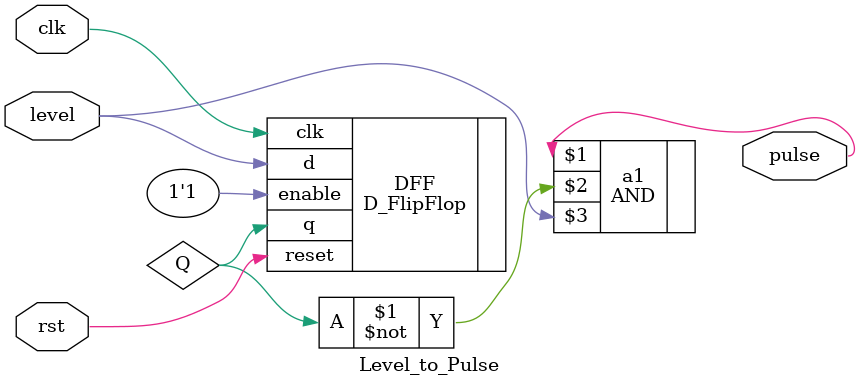
<source format=sv>
`timescale 1ns / 1ps


module Level_to_Pulse(output pulse,
                    input logic clk,rst, level
    );
wire Q;
D_FlipFlop DFF(.q(Q), .clk(clk) , .reset(rst), .enable(1'b1), .d(level));  
AND a1(pulse,~Q,level);
endmodule

</source>
